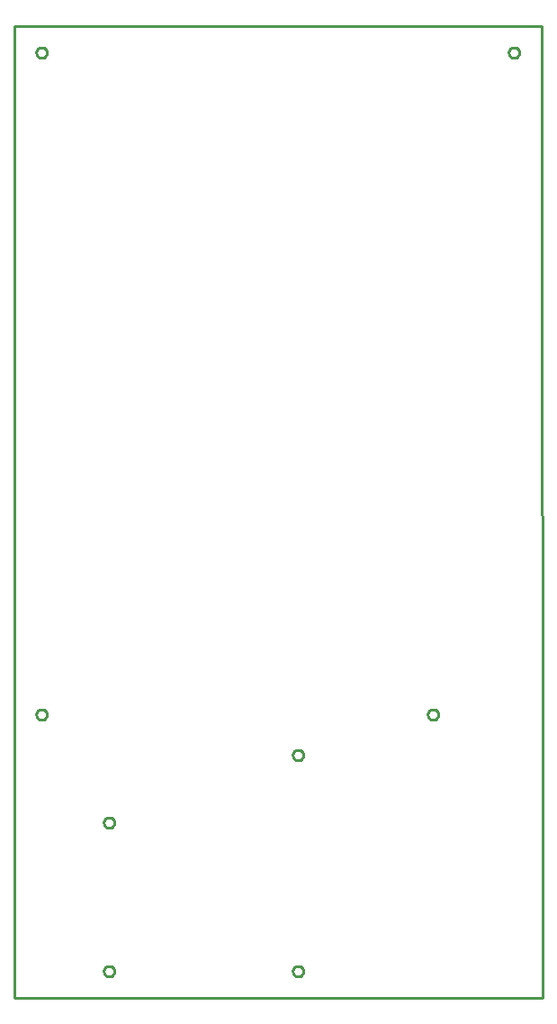
<source format=gbr>
G04 EAGLE Gerber RS-274X export*
G75*
%MOMM*%
%FSLAX34Y34*%
%LPD*%
%IN*%
%IPPOS*%
%AMOC8*
5,1,8,0,0,1.08239X$1,22.5*%
G01*
%ADD10C,0.254000*%


D10*
X-50800Y-190500D02*
X445770Y-190500D01*
X445010Y723800D01*
X-50800Y723800D01*
X-50800Y-190500D01*
X-20400Y698219D02*
X-20463Y697661D01*
X-20588Y697114D01*
X-20773Y696584D01*
X-21017Y696078D01*
X-21316Y695602D01*
X-21666Y695163D01*
X-22063Y694766D01*
X-22502Y694416D01*
X-22978Y694117D01*
X-23484Y693873D01*
X-24014Y693688D01*
X-24561Y693563D01*
X-25119Y693500D01*
X-25681Y693500D01*
X-26239Y693563D01*
X-26786Y693688D01*
X-27316Y693873D01*
X-27822Y694117D01*
X-28298Y694416D01*
X-28737Y694766D01*
X-29134Y695163D01*
X-29484Y695602D01*
X-29783Y696078D01*
X-30027Y696584D01*
X-30212Y697114D01*
X-30337Y697661D01*
X-30400Y698219D01*
X-30400Y698781D01*
X-30337Y699339D01*
X-30212Y699886D01*
X-30027Y700416D01*
X-29783Y700922D01*
X-29484Y701398D01*
X-29134Y701837D01*
X-28737Y702234D01*
X-28298Y702584D01*
X-27822Y702883D01*
X-27316Y703127D01*
X-26786Y703312D01*
X-26239Y703437D01*
X-25681Y703500D01*
X-25119Y703500D01*
X-24561Y703437D01*
X-24014Y703312D01*
X-23484Y703127D01*
X-22978Y702883D01*
X-22502Y702584D01*
X-22063Y702234D01*
X-21666Y701837D01*
X-21316Y701398D01*
X-21017Y700922D01*
X-20773Y700416D01*
X-20588Y699886D01*
X-20463Y699339D01*
X-20400Y698781D01*
X-20400Y698219D01*
X424100Y698219D02*
X424037Y697661D01*
X423912Y697114D01*
X423727Y696584D01*
X423483Y696078D01*
X423184Y695602D01*
X422834Y695163D01*
X422437Y694766D01*
X421998Y694416D01*
X421522Y694117D01*
X421016Y693873D01*
X420486Y693688D01*
X419939Y693563D01*
X419381Y693500D01*
X418819Y693500D01*
X418261Y693563D01*
X417714Y693688D01*
X417184Y693873D01*
X416678Y694117D01*
X416202Y694416D01*
X415763Y694766D01*
X415366Y695163D01*
X415016Y695602D01*
X414717Y696078D01*
X414473Y696584D01*
X414288Y697114D01*
X414163Y697661D01*
X414100Y698219D01*
X414100Y698781D01*
X414163Y699339D01*
X414288Y699886D01*
X414473Y700416D01*
X414717Y700922D01*
X415016Y701398D01*
X415366Y701837D01*
X415763Y702234D01*
X416202Y702584D01*
X416678Y702883D01*
X417184Y703127D01*
X417714Y703312D01*
X418261Y703437D01*
X418819Y703500D01*
X419381Y703500D01*
X419939Y703437D01*
X420486Y703312D01*
X421016Y703127D01*
X421522Y702883D01*
X421998Y702584D01*
X422437Y702234D01*
X422834Y701837D01*
X423184Y701398D01*
X423483Y700922D01*
X423727Y700416D01*
X423912Y699886D01*
X424037Y699339D01*
X424100Y698781D01*
X424100Y698219D01*
X-20400Y75919D02*
X-20463Y75361D01*
X-20588Y74814D01*
X-20773Y74284D01*
X-21017Y73778D01*
X-21316Y73302D01*
X-21666Y72863D01*
X-22063Y72466D01*
X-22502Y72116D01*
X-22978Y71817D01*
X-23484Y71573D01*
X-24014Y71388D01*
X-24561Y71263D01*
X-25119Y71200D01*
X-25681Y71200D01*
X-26239Y71263D01*
X-26786Y71388D01*
X-27316Y71573D01*
X-27822Y71817D01*
X-28298Y72116D01*
X-28737Y72466D01*
X-29134Y72863D01*
X-29484Y73302D01*
X-29783Y73778D01*
X-30027Y74284D01*
X-30212Y74814D01*
X-30337Y75361D01*
X-30400Y75919D01*
X-30400Y76481D01*
X-30337Y77039D01*
X-30212Y77586D01*
X-30027Y78116D01*
X-29783Y78622D01*
X-29484Y79098D01*
X-29134Y79537D01*
X-28737Y79934D01*
X-28298Y80284D01*
X-27822Y80583D01*
X-27316Y80827D01*
X-26786Y81012D01*
X-26239Y81137D01*
X-25681Y81200D01*
X-25119Y81200D01*
X-24561Y81137D01*
X-24014Y81012D01*
X-23484Y80827D01*
X-22978Y80583D01*
X-22502Y80284D01*
X-22063Y79934D01*
X-21666Y79537D01*
X-21316Y79098D01*
X-21017Y78622D01*
X-20773Y78116D01*
X-20588Y77586D01*
X-20463Y77039D01*
X-20400Y76481D01*
X-20400Y75919D01*
X347900Y75919D02*
X347837Y75361D01*
X347712Y74814D01*
X347527Y74284D01*
X347283Y73778D01*
X346984Y73302D01*
X346634Y72863D01*
X346237Y72466D01*
X345798Y72116D01*
X345322Y71817D01*
X344816Y71573D01*
X344286Y71388D01*
X343739Y71263D01*
X343181Y71200D01*
X342619Y71200D01*
X342061Y71263D01*
X341514Y71388D01*
X340984Y71573D01*
X340478Y71817D01*
X340002Y72116D01*
X339563Y72466D01*
X339166Y72863D01*
X338816Y73302D01*
X338517Y73778D01*
X338273Y74284D01*
X338088Y74814D01*
X337963Y75361D01*
X337900Y75919D01*
X337900Y76481D01*
X337963Y77039D01*
X338088Y77586D01*
X338273Y78116D01*
X338517Y78622D01*
X338816Y79098D01*
X339166Y79537D01*
X339563Y79934D01*
X340002Y80284D01*
X340478Y80583D01*
X340984Y80827D01*
X341514Y81012D01*
X342061Y81137D01*
X342619Y81200D01*
X343181Y81200D01*
X343739Y81137D01*
X344286Y81012D01*
X344816Y80827D01*
X345322Y80583D01*
X345798Y80284D01*
X346237Y79934D01*
X346634Y79537D01*
X346984Y79098D01*
X347283Y78622D01*
X347527Y78116D01*
X347712Y77586D01*
X347837Y77039D01*
X347900Y76481D01*
X347900Y75919D01*
X220900Y-165381D02*
X220837Y-165939D01*
X220712Y-166486D01*
X220527Y-167016D01*
X220283Y-167522D01*
X219984Y-167998D01*
X219634Y-168437D01*
X219237Y-168834D01*
X218798Y-169184D01*
X218322Y-169483D01*
X217816Y-169727D01*
X217286Y-169912D01*
X216739Y-170037D01*
X216181Y-170100D01*
X215619Y-170100D01*
X215061Y-170037D01*
X214514Y-169912D01*
X213984Y-169727D01*
X213478Y-169483D01*
X213002Y-169184D01*
X212563Y-168834D01*
X212166Y-168437D01*
X211816Y-167998D01*
X211517Y-167522D01*
X211273Y-167016D01*
X211088Y-166486D01*
X210963Y-165939D01*
X210900Y-165381D01*
X210900Y-164819D01*
X210963Y-164261D01*
X211088Y-163714D01*
X211273Y-163184D01*
X211517Y-162678D01*
X211816Y-162202D01*
X212166Y-161763D01*
X212563Y-161366D01*
X213002Y-161016D01*
X213478Y-160717D01*
X213984Y-160473D01*
X214514Y-160288D01*
X215061Y-160163D01*
X215619Y-160100D01*
X216181Y-160100D01*
X216739Y-160163D01*
X217286Y-160288D01*
X217816Y-160473D01*
X218322Y-160717D01*
X218798Y-161016D01*
X219237Y-161366D01*
X219634Y-161763D01*
X219984Y-162202D01*
X220283Y-162678D01*
X220527Y-163184D01*
X220712Y-163714D01*
X220837Y-164261D01*
X220900Y-164819D01*
X220900Y-165381D01*
X43100Y-25681D02*
X43037Y-26239D01*
X42912Y-26786D01*
X42727Y-27316D01*
X42483Y-27822D01*
X42184Y-28298D01*
X41834Y-28737D01*
X41437Y-29134D01*
X40998Y-29484D01*
X40522Y-29783D01*
X40016Y-30027D01*
X39486Y-30212D01*
X38939Y-30337D01*
X38381Y-30400D01*
X37819Y-30400D01*
X37261Y-30337D01*
X36714Y-30212D01*
X36184Y-30027D01*
X35678Y-29783D01*
X35202Y-29484D01*
X34763Y-29134D01*
X34366Y-28737D01*
X34016Y-28298D01*
X33717Y-27822D01*
X33473Y-27316D01*
X33288Y-26786D01*
X33163Y-26239D01*
X33100Y-25681D01*
X33100Y-25119D01*
X33163Y-24561D01*
X33288Y-24014D01*
X33473Y-23484D01*
X33717Y-22978D01*
X34016Y-22502D01*
X34366Y-22063D01*
X34763Y-21666D01*
X35202Y-21316D01*
X35678Y-21017D01*
X36184Y-20773D01*
X36714Y-20588D01*
X37261Y-20463D01*
X37819Y-20400D01*
X38381Y-20400D01*
X38939Y-20463D01*
X39486Y-20588D01*
X40016Y-20773D01*
X40522Y-21017D01*
X40998Y-21316D01*
X41437Y-21666D01*
X41834Y-22063D01*
X42184Y-22502D01*
X42483Y-22978D01*
X42727Y-23484D01*
X42912Y-24014D01*
X43037Y-24561D01*
X43100Y-25119D01*
X43100Y-25681D01*
X43100Y-165381D02*
X43037Y-165939D01*
X42912Y-166486D01*
X42727Y-167016D01*
X42483Y-167522D01*
X42184Y-167998D01*
X41834Y-168437D01*
X41437Y-168834D01*
X40998Y-169184D01*
X40522Y-169483D01*
X40016Y-169727D01*
X39486Y-169912D01*
X38939Y-170037D01*
X38381Y-170100D01*
X37819Y-170100D01*
X37261Y-170037D01*
X36714Y-169912D01*
X36184Y-169727D01*
X35678Y-169483D01*
X35202Y-169184D01*
X34763Y-168834D01*
X34366Y-168437D01*
X34016Y-167998D01*
X33717Y-167522D01*
X33473Y-167016D01*
X33288Y-166486D01*
X33163Y-165939D01*
X33100Y-165381D01*
X33100Y-164819D01*
X33163Y-164261D01*
X33288Y-163714D01*
X33473Y-163184D01*
X33717Y-162678D01*
X34016Y-162202D01*
X34366Y-161763D01*
X34763Y-161366D01*
X35202Y-161016D01*
X35678Y-160717D01*
X36184Y-160473D01*
X36714Y-160288D01*
X37261Y-160163D01*
X37819Y-160100D01*
X38381Y-160100D01*
X38939Y-160163D01*
X39486Y-160288D01*
X40016Y-160473D01*
X40522Y-160717D01*
X40998Y-161016D01*
X41437Y-161366D01*
X41834Y-161763D01*
X42184Y-162202D01*
X42483Y-162678D01*
X42727Y-163184D01*
X42912Y-163714D01*
X43037Y-164261D01*
X43100Y-164819D01*
X43100Y-165381D01*
X220900Y37819D02*
X220837Y37261D01*
X220712Y36714D01*
X220527Y36184D01*
X220283Y35678D01*
X219984Y35202D01*
X219634Y34763D01*
X219237Y34366D01*
X218798Y34016D01*
X218322Y33717D01*
X217816Y33473D01*
X217286Y33288D01*
X216739Y33163D01*
X216181Y33100D01*
X215619Y33100D01*
X215061Y33163D01*
X214514Y33288D01*
X213984Y33473D01*
X213478Y33717D01*
X213002Y34016D01*
X212563Y34366D01*
X212166Y34763D01*
X211816Y35202D01*
X211517Y35678D01*
X211273Y36184D01*
X211088Y36714D01*
X210963Y37261D01*
X210900Y37819D01*
X210900Y38381D01*
X210963Y38939D01*
X211088Y39486D01*
X211273Y40016D01*
X211517Y40522D01*
X211816Y40998D01*
X212166Y41437D01*
X212563Y41834D01*
X213002Y42184D01*
X213478Y42483D01*
X213984Y42727D01*
X214514Y42912D01*
X215061Y43037D01*
X215619Y43100D01*
X216181Y43100D01*
X216739Y43037D01*
X217286Y42912D01*
X217816Y42727D01*
X218322Y42483D01*
X218798Y42184D01*
X219237Y41834D01*
X219634Y41437D01*
X219984Y40998D01*
X220283Y40522D01*
X220527Y40016D01*
X220712Y39486D01*
X220837Y38939D01*
X220900Y38381D01*
X220900Y37819D01*
M02*

</source>
